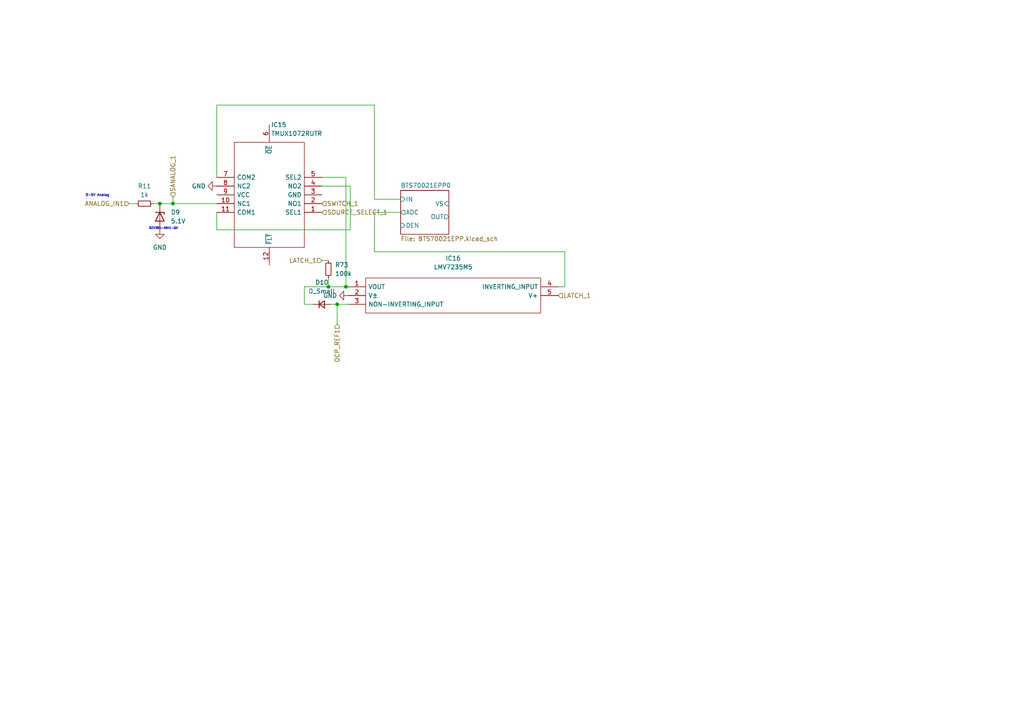
<source format=kicad_sch>
(kicad_sch (version 20211123) (generator eeschema)
  (paper "A4")
  (lib_symbols
    (symbol "Device:D_Small" (pin_numbers hide) (pin_names (offset 0.254) hide)
      (property "Reference" "D" (at -1.27 2.032 0))
      (property "Value" "D_Small" (at -3.81 -2.032 0))
      (symbol "D_Small_0_1"
        (polyline (pts (xy -0.762 -1.016) (xy -0.762 1.016)) (stroke (width 0.254)))
        (polyline (pts (xy -0.762 0) (xy 0.762 0)))
        (polyline (pts (xy 0.762 -1.016) (xy -0.762 0) (xy 0.762 1.016) (xy 0.762 -1.016)) (stroke (width 0.254)))
      )
      (symbol "D_Small_1_1"
        (pin passive line (at -2.54 0 0) (length 1.778) (name "K") (number "1"))
        (pin passive line (at 2.54 0 180) (length 1.778) (name "A") (number "2"))
      )
    )
    (symbol "Device:D_Zener" (pin_numbers hide) (pin_names (offset 1.016) hide)
      (property "Reference" "D" (at 0 2.54 0))
      (property "Value" "D_Zener" (at 0 -2.54 0))
      (symbol "D_Zener_0_1"
        (polyline (pts (xy 1.27 0) (xy -1.27 0)))
        (polyline (pts (xy -1.27 -1.27) (xy -1.27 1.27) (xy -0.762 1.27)) (stroke (width 0.254)))
        (polyline (pts (xy 1.27 -1.27) (xy 1.27 1.27) (xy -1.27 0) (xy 1.27 -1.27)) (stroke (width 0.254)))
      )
      (symbol "D_Zener_1_1"
        (pin passive line (at -3.81 0 0) (length 2.54) (name "K") (number "1"))
        (pin passive line (at 3.81 0 180) (length 2.54) (name "A") (number "2"))
      )
    )
    (symbol "Device:R_Small" (pin_numbers hide) (pin_names (offset 0.254) hide)
      (property "Reference" "R" (at 0.762 0.508 0))
      (property "Value" "R_Small" (at 0.762 -1.016 0))
      (symbol "R_Small_0_1"
        (rectangle (start -0.762 1.778) (end 0.762 -1.778) (stroke (width 0.2032)))
      )
      (symbol "R_Small_1_1"
        (pin passive line (at 0 2.54 270) (length 0.762) (name "~") (number "1"))
        (pin passive line (at 0 -2.54 90) (length 0.762) (name "~") (number "2"))
      )
    )
    (symbol "PDM_additional:LMV7235M5" (pin_names (offset 0.762))
      (property "Reference" "IC" (at 57.15 7.62 0))
      (property "Value" "LMV7235M5" (at 57.15 5.08 0))
      (symbol "LMV7235M5_0_0"
        (pin passive line (at 0 0 0) (length 5.08) (name "VOUT") (number "1"))
        (pin passive line (at 0 -2.54 0) (length 5.08) (name "V±") (number "2"))
        (pin passive line (at 0 -5.08 0) (length 5.08) (name "NON-INVERTING_INPUT") (number "3"))
        (pin passive line (at 60.96 0 180) (length 5.08) (name "INVERTING_INPUT") (number "4"))
        (pin passive line (at 60.96 -2.54 180) (length 5.08) (name "V+") (number "5"))
      )
      (symbol "LMV7235M5_0_1"
        (polyline (pts (xy 5.08 2.54) (xy 55.88 2.54) (xy 55.88 -7.62) (xy 5.08 -7.62) (xy 5.08 2.54)) (stroke (width 0.1524)))
      )
    )
    (symbol "PDM_additional:TMUX1072RUTR" (pin_names (offset 0.762))
      (property "Reference" "IC" (at 26.67 15.24 0))
      (property "Value" "TMUX1072RUTR" (at 26.67 12.7 0))
      (symbol "TMUX1072RUTR_0_0"
        (pin passive line (at 0 0 0) (length 5.08) (name "SEL1") (number "1"))
        (pin passive line (at 30.48 -2.54 180) (length 5.08) (name "NC1") (number "10"))
        (pin passive line (at 30.48 0 180) (length 5.08) (name "COM1") (number "11"))
        (pin passive line (at 15.24 15.24 270) (length 5.08) (name "~{FLT}") (number "12"))
        (pin passive line (at 0 -2.54 0) (length 5.08) (name "NO1") (number "2"))
        (pin passive line (at 0 -5.08 0) (length 5.08) (name "GND") (number "3"))
        (pin passive line (at 0 -7.62 0) (length 5.08) (name "NO2") (number "4"))
        (pin passive line (at 0 -10.16 0) (length 5.08) (name "SEL2") (number "5"))
        (pin passive line (at 15.24 -25.4 90) (length 5.08) (name "~{OE}") (number "6"))
        (pin passive line (at 30.48 -10.16 180) (length 5.08) (name "COM2") (number "7"))
        (pin passive line (at 30.48 -7.62 180) (length 5.08) (name "NC2") (number "8"))
        (pin passive line (at 30.48 -5.08 180) (length 5.08) (name "VCC") (number "9"))
      )
      (symbol "TMUX1072RUTR_0_1"
        (polyline (pts (xy 5.08 10.16) (xy 25.4 10.16) (xy 25.4 -20.32) (xy 5.08 -20.32) (xy 5.08 10.16)) (stroke (width 0.1524)))
      )
    )
    (symbol "power:GND" (power) (pin_names (offset 0))
      (property "Value" "GND" (at 0 -3.81 0))
      (symbol "GND_0_1"
        (polyline (pts (xy 0 0) (xy 0 -1.27) (xy 1.27 -1.27) (xy 0 -2.54) (xy -1.27 -1.27) (xy 0 -1.27)))
      )
      (symbol "GND_1_1"
        (pin power_in line (at 0 0 270) (length 0) hide (name "GND") (number "1"))
      )
    )
  )
  (junction (at 50.165 59.055))
  (junction (at 95.25 83.185))
  (junction (at 46.355 59.055))
  (junction (at 97.79 88.265))
  (junction (at 100.33 83.185))
  (wire (pts (xy 62.865 66.675) (xy 101.6 66.675)))
  (wire (pts (xy 44.45 59.055) (xy 46.355 59.055)))
  (wire (pts (xy 50.165 57.15) (xy 50.165 59.055)))
  (wire (pts (xy 100.33 83.185) (xy 100.33 51.435)))
  (wire (pts (xy 93.345 75.565) (xy 95.25 75.565)))
  (wire (pts (xy 95.25 83.185) (xy 100.33 83.185)))
  (wire (pts (xy 95.25 80.645) (xy 95.25 83.185)))
  (wire (pts (xy 62.865 30.48) (xy 108.585 30.48)))
  (wire (pts (xy 163.83 73.025) (xy 163.83 83.185)))
  (wire (pts (xy 108.585 30.48) (xy 108.585 57.785)))
  (wire (pts (xy 97.79 88.265) (xy 100.965 88.265)))
  (wire (pts (xy 88.265 88.265) (xy 88.265 83.185)))
  (wire (pts (xy 101.6 66.675) (xy 101.6 53.975)))
  (wire (pts (xy 95.885 88.265) (xy 97.79 88.265)))
  (wire (pts (xy 46.355 59.055) (xy 50.165 59.055)))
  (wire (pts (xy 101.6 53.975) (xy 93.345 53.975)))
  (wire (pts (xy 62.865 61.595) (xy 62.865 66.675)))
  (wire (pts (xy 37.465 59.055) (xy 39.37 59.055)))
  (wire (pts (xy 108.585 57.785) (xy 116.205 57.785)))
  (wire (pts (xy 50.165 59.055) (xy 62.865 59.055)))
  (wire (pts (xy 100.33 83.185) (xy 100.965 83.185)))
  (wire (pts (xy 88.265 83.185) (xy 95.25 83.185)))
  (wire (pts (xy 97.79 88.265) (xy 97.79 93.98)))
  (wire (pts (xy 62.865 51.435) (xy 62.865 30.48)))
  (wire (pts (xy 161.925 83.185) (xy 163.83 83.185)))
  (wire (pts (xy 116.205 61.595) (xy 108.585 61.595)))
  (wire (pts (xy 100.33 51.435) (xy 93.345 51.435)))
  (wire (pts (xy 108.585 73.025) (xy 163.83 73.025)))
  (wire (pts (xy 108.585 61.595) (xy 108.585 73.025)))
  (wire (pts (xy 90.805 88.265) (xy 88.265 88.265)))
  (text "BZX384-A5V1-QX " (at 43.18 66.675 0) (effects (font (size 0.6 0.6)) (justify left bottom)))
  (text "0-5V Analog" (at 24.765 57.15 0) (effects (font (size 0.7 0.7)) (justify left bottom)))
  (hierarchical_label "SOURCE_SELECT_1" (shape input) (at 93.345 61.595 0))
  (hierarchical_label "LATCH_1" (shape input) (at 93.345 75.565 180))
  (hierarchical_label "SANALOG_1" (shape input) (at 50.165 57.15 90))
  (hierarchical_label "ANALOG_IN1" (shape input) (at 37.465 59.055 180))
  (hierarchical_label "SWITCH_1" (shape input) (at 93.345 59.055 0))
  (hierarchical_label "OCP_REF1" (shape input) (at 97.79 93.98 270))
  (hierarchical_label "LATCH_1" (shape input) (at 161.925 85.725 0))
  (symbol (lib_id "Device:D_Zener") (at 46.355 62.865 270) (unit 1)
    (property "Reference" "D9" (at 49.53 61.5949 90) (effects (justify left)))
    (property "Value" "5.1V" (at 49.53 64.1349 90) (effects (justify left)))
    (property "Footprint" "Diode_SMD:D_SOD-323" (effects hide))
  )
  (symbol (lib_id "Device:R_Small") (at 41.91 59.055 90) (unit 1)
    (property "Reference" "R11" (at 41.91 53.975 90))
    (property "Value" "1k" (at 41.91 56.515 90))
  )
  (symbol (lib_id "PDM_additional:TMUX1072RUTR") (at 93.345 61.595 180) (unit 1)
    (property "Reference" "IC15" (at 78.6256 36.195 0) (effects (justify right)))
    (property "Value" "TMUX1072RUTR" (at 78.6256 38.735 0) (effects (justify right)))
    (property "Footprint" "QFN40P170X200X55-12N" (effects hide))
    (property "Datasheet" "http://www.ti.com/lit/gpn/tmux1072" (effects hide))
    (property "Description" "2-Channel 2:1 Analog Multiplexer With 20-V Overvoltage Protection" (effects hide))
    (property "Height" "0.55" (effects hide))
    (property "Manufacturer_Name" "Texas Instruments" (effects hide))
    (property "Manufacturer_Part_Number" "TMUX1072RUTR" (effects hide))
    (property "Mouser Part Number" "595-TMUX1072RUTR" (effects hide))
    (property "Mouser Price/Stock" "https://www.mouser.co.uk/ProductDetail/Texas-Instruments/TMUX1072RUTR?qs=w%2Fv1CP2dgqp1ghU2rNl24g%3D%3D" (effects hide))
    (property "Arrow Part Number" "TMUX1072RUTR" (effects hide))
    (property "Arrow Price/Stock" "https://www.arrow.com/en/products/tmux1072rutr/texas-instruments" (effects hide))
  )
  (symbol (lib_id "power:GND") (at 100.965 85.725 270) (unit 1)
    (property "Reference" "#PWR0185" (effects hide))
    (property "Value" "GND" (at 97.79 85.7249 90) (effects (justify right)))
  )
  (symbol (lib_id "Device:D_Small") (at 93.345 88.265 0) (unit 1)
    (property "Reference" "D10" (at 93.345 81.915 0))
    (property "Value" "D_Small" (at 93.345 84.455 0))
  )
  (symbol (lib_id "Device:R_Small") (at 95.25 78.105 0) (unit 1)
    (property "Reference" "R73" (at 97.155 76.8349 0) (effects (justify left)))
    (property "Value" "100k" (at 97.155 79.3749 0) (effects (justify left)))
  )
  (symbol (lib_id "power:GND") (at 46.355 66.675 0) (unit 1)
    (property "Reference" "#PWR0184" (effects hide))
    (property "Value" "GND" (at 46.355 71.755 0))
  )
  (symbol (lib_id "PDM_additional:LMV7235M5") (at 100.965 83.185 0) (unit 1)
    (property "Reference" "IC16" (at 131.445 74.93 0))
    (property "Value" "LMV7235M5" (at 131.445 77.47 0))
    (property "Footprint" "SOT95P280X145-5N" (effects hide))
    (property "Datasheet" "http://www.ti.com/lit/ds/symlink/lmv7235.pdf" (effects hide))
    (property "Description" "Ultra Low Power, Low Voltage, Rail-to-Rail Input Comparator" (effects hide))
    (property "Height" "1.45" (effects hide))
    (property "Manufacturer_Name" "Texas Instruments" (effects hide))
    (property "Manufacturer_Part_Number" "LMV7235M5" (effects hide))
    (property "Mouser Part Number" "926-LMV7235M5" (effects hide))
    (property "Mouser Price/Stock" "https://www.mouser.co.uk/ProductDetail/Texas-Instruments/LMV7235M5?qs=7lkVKPoqpbbMxuNqDUJDkw%3D%3D" (effects hide))
    (property "Arrow Part Number" "LMV7235M5" (effects hide))
    (property "Arrow Price/Stock" "https://www.arrow.com/en/products/lmv7235m5/texas-instruments" (effects hide))
  )
  (symbol (lib_id "power:GND") (at 62.865 53.975 270) (unit 1)
    (property "Reference" "#PWR0186" (effects hide))
    (property "Value" "GND" (at 59.69 53.9749 90) (effects (justify right)))
  )
  (sheet (at 116.205 55.245) (size 13.97 12.7) (stroke (width 0.1524))
    (property "Sheet name" "BTS70021EPP0" (at 116.205 54.5334 0) (effects (justify left bottom)))
    (property "Sheet file" "BTS70021EPP.kicad_sch" (at 116.205 68.5296 0) (effects (justify left top)))
    (pin "IN" input (at 116.205 57.785 180))
    (pin "DEN" input (at 116.205 65.405 180))
    (pin "OUT" output (at 130.175 62.865 0))
    (pin "ADC" output (at 116.205 61.595 180))
    (pin "VS" input (at 130.175 59.055 0))
  )
)
</source>
